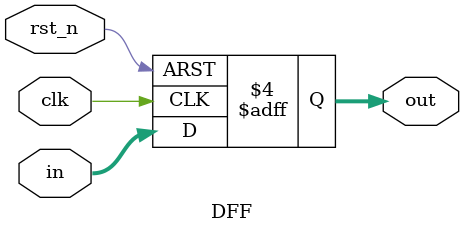
<source format=v>
module DFF (
    in,
    clk,
    rst_n,
    out
);
  input [3:0] in;
  input clk, rst_n;
  output reg [3:0] out;

  initial begin
    out <= 0;
  end

  always @(posedge clk or negedge rst_n) begin
    if (!rst_n) begin
      out <= 4'd0;  // Reset đồng bộ
    end else begin
      out <= in;  // Lưu giá trị d khi clock tăng
    end
  end
endmodule

</source>
